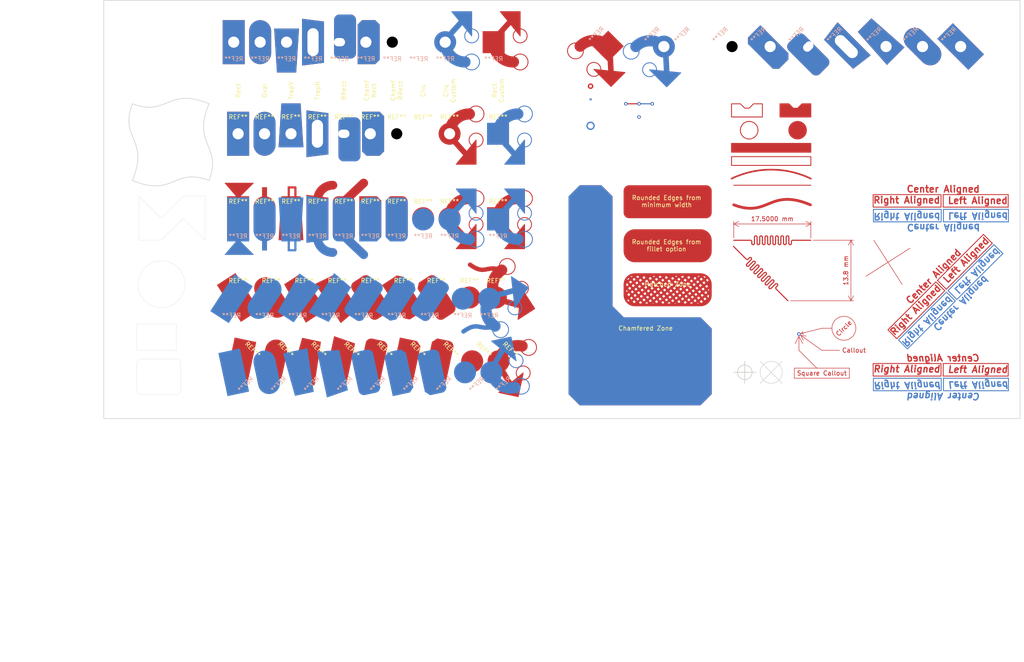
<source format=kicad_pcb>
(kicad_pcb (version 20210228) (generator pcbnew)
  (layers (0 "F.Cu" signal) (1 "In1.Cu" signal) (2 "In2.Cu" signal) (31 "B.Cu" signal) (34 "B.Paste" user) (35 "F.Paste" user) (36 "B.SilkS" user "B.Silkscreen") (37 "F.SilkS" user "F.Silkscreen") (38 "B.Mask" user) (39 "F.Mask" user) (44 "Edge.Cuts" user))
  (net 0 "")
  (net 1 "Net1")
  (net 2 "Net2")
  (footprint "Connector_Wire:SolderWirePad_1x01_SMD_5x10mm" (layer "F.Cu") (at 133.5 55.81)
    (fp_text reference "REF**")
    (fp_text value "SolderWirePad_1x01_SMD_5x10mm")
  )
  (footprint "Connector_Wire:SolderWirePad_1x01_SMD_5x10mm" (layer "F.Cu") (at 143.126519 107.5 -45)
    (fp_text reference "REF**")
    (fp_text value "SolderWirePad_1x01_SMD_5x10mm")
  )
  (footprint "Connector_Wire:SolderWirePad_1x01_SMD_5x10mm" (layer "F.Cu") (at 127.5 75)
    (fp_text reference "REF**")
    (fp_text value "SolderWirePad_1x01_SMD_5x10mm")
  )
  (footprint "Connector_Wire:SolderWirePad_1x01_SMD_5x10mm" (layer "F.Cu") (at 127.5 55.81)
    (fp_text reference "REF**")
    (fp_text value "SolderWirePad_1x01_SMD_5x10mm")
  )
  (footprint "Connector_Wire:SolderWirePad_1x01_SMD_5x10mm" (layer "F.Cu") (at 103.5 75)
    (fp_text reference "REF**")
    (fp_text value "SolderWirePad_1x01_SMD_5x10mm")
  )
  (footprint "Connector_Wire:SolderWirePad_1x01_SMD_5x10mm" (layer "F.Cu") (at 127.5 93)
    (fp_text reference "REF**")
    (fp_text value "SolderWirePad_1x01_SMD_5x10mm")
  )
  (footprint "Connector_Wire:SolderWirePad_1x01_SMD_5x10mm" (layer "F.Cu") (at 112.5 93)
    (fp_text reference "REF**")
    (fp_text value "SolderWirePad_1x01_SMD_5x10mm")
  )
  (footprint "Connector_Wire:SolderWirePad_1x01_SMD_5x10mm" (layer "F.Cu") (at 150.626519 107.5 -45)
    (fp_text reference "REF**")
    (fp_text value "SolderWirePad_1x01_SMD_5x10mm")
  )
  (footprint "Connector_Wire:SolderWirePad_1x01_SMD_5x10mm" (layer "F.Cu") (at 105.626519 107.5 -45)
    (fp_text reference "REF**")
    (fp_text value "SolderWirePad_1x01_SMD_5x10mm")
  )
  (footprint "Connector_Wire:SolderWirePad_1x01_SMD_5x10mm" (layer "F.Cu") (at 156.626519 107.5 -45)
    (fp_text reference "REF**")
    (fp_text value "SolderWirePad_1x01_SMD_5x10mm")
  )
  (footprint "Connector_Wire:SolderWirePad_1x01_SMD_5x10mm" (layer "F.Cu") (at 97.5 93)
    (fp_text reference "REF**")
    (fp_text value "SolderWirePad_1x01_SMD_5x10mm")
  )
  (footprint "Connector_Wire:SolderWirePad_1x01_SMD_5x10mm" (layer "F.Cu") (at 121.5 75)
    (fp_text reference "REF**")
    (fp_text value "SolderWirePad_1x01_SMD_5x10mm")
  )
  (footprint "Connector_Wire:SolderWirePad_1x01_SMD_5x10mm" (layer "F.Cu") (at 120.626519 107.5 -45)
    (fp_text reference "REF**")
    (fp_text value "SolderWirePad_1x01_SMD_5x10mm")
  )
  (footprint "Connector_Wire:SolderWirePad_1x01_SMD_5x10mm" (layer "F.Cu") (at 139.5 75)
    (fp_text reference "REF**")
    (fp_text value "SolderWirePad_1x01_SMD_5x10mm")
  )
  (footprint "Connector_Wire:SolderWirePad_1x01_SMD_5x10mm" (layer "F.Cu") (at 145.5 55.81)
    (fp_text reference "REF**")
    (fp_text value "SolderWirePad_1x01_SMD_5x10mm")
  )
  (footprint "Connector_Wire:SolderWirePad_1x01_SMD_5x10mm" (layer "F.Cu") (at 113.126519 107.5 -45)
    (fp_text reference "REF**")
    (fp_text value "SolderWirePad_1x01_SMD_5x10mm")
  )
  (footprint "Connector_Wire:SolderWirePad_1x01_SMD_5x10mm" (layer "F.Cu") (at 120 93)
    (fp_text reference "REF**")
    (fp_text value "SolderWirePad_1x01_SMD_5x10mm")
  )
  (footprint "Connector_Wire:SolderWirePad_1x01_SMD_5x10mm" (layer "F.Cu") (at 135.626519 107.5 -45)
    (fp_text reference "REF**")
    (fp_text value "SolderWirePad_1x01_SMD_5x10mm")
  )
  (footprint "Connector_Wire:SolderWirePad_1x01_SMD_5x10mm" (layer "F.Cu") (at 150 93)
    (fp_text reference "REF**")
    (fp_text value "SolderWirePad_1x01_SMD_5x10mm")
  )
  (footprint "Connector_Wire:SolderWirePad_1x01_SMD_5x10mm" (layer "F.Cu") (at 145.5 75)
    (fp_text reference "REF**")
    (fp_text value "SolderWirePad_1x01_SMD_5x10mm")
  )
  (footprint "Connector_Wire:SolderWirePad_1x01_SMD_5x10mm" (layer "F.Cu") (at 115.5 55.81)
    (fp_text reference "REF**")
    (fp_text value "SolderWirePad_1x01_SMD_5x10mm")
  )
  (footprint "Connector_Wire:SolderWirePad_1x01_SMD_5x10mm" (layer "F.Cu") (at 121.5 55.81)
    (fp_text reference "REF**")
    (fp_text value "SolderWirePad_1x01_SMD_5x10mm")
  )
  (footprint "Connector_Wire:SolderWirePad_1x01_SMD_5x10mm" (layer "F.Cu") (at 139.5 55.81)
    (fp_text reference "REF**")
    (fp_text value "SolderWirePad_1x01_SMD_5x10mm")
  )
  (footprint "Connector_Wire:SolderWirePad_1x01_SMD_5x10mm" (layer "F.Cu") (at 135 93)
    (fp_text reference "REF**")
    (fp_text value "SolderWirePad_1x01_SMD_5x10mm")
  )
  (footprint "Connector_Wire:SolderWirePad_1x01_SMD_5x10mm" (layer "F.Cu") (at 115.5 75)
    (fp_text reference "REF**")
    (fp_text value "SolderWirePad_1x01_SMD_5x10mm")
  )
  (footprint "Connector_Wire:SolderWirePad_1x01_SMD_5x10mm" (layer "F.Cu") (at 105 93)
    (fp_text reference "REF**")
    (fp_text value "SolderWirePad_1x01_SMD_5x10mm")
  )
  (footprint "Connector_Wire:SolderWirePad_1x01_SMD_5x10mm" (layer "F.Cu") (at 156 93)
    (fp_text reference "REF**")
    (fp_text value "SolderWirePad_1x01_SMD_5x10mm")
  )
  (footprint "Connector_Wire:SolderWirePad_1x01_SMD_5x10mm" (layer "F.Cu") (at 103.5 55.81)
    (fp_text reference "REF**")
    (fp_text value "SolderWirePad_1x01_SMD_5x10mm")
  )
  (footprint "Connector_Wire:SolderWirePad_1x01_SMD_5x10mm" (layer "F.Cu") (at 97.5 75)
    (fp_text reference "REF**")
    (fp_text value "SolderWirePad_1x01_SMD_5x10mm")
  )
  (footprint "Connector_Wire:SolderWirePad_1x01_SMD_5x10mm" (layer "F.Cu") (at 156.5 55.81)
    (fp_text reference "REF**")
    (fp_text value "SolderWirePad_1x01_SMD_5x10mm")
  )
  (footprint "Connector_Wire:SolderWirePad_1x01_SMD_5x10mm" (layer "F.Cu") (at 97.5 55.81)
    (fp_text reference "REF**")
    (fp_text value "SolderWirePad_1x01_SMD_5x10mm")
  )
  (footprint "Connector_Wire:SolderWirePad_1x01_SMD_5x10mm" (layer "F.Cu") (at 128.126519 107.5 -45)
    (fp_text reference "REF**")
    (fp_text value "SolderWirePad_1x01_SMD_5x10mm")
  )
  (footprint "Connector_Wire:SolderWirePad_1x01_SMD_5x10mm" (layer "F.Cu") (at 133.5 75)
    (fp_text reference "REF**")
    (fp_text value "SolderWirePad_1x01_SMD_5x10mm")
  )
  (footprint "Connector_Wire:SolderWirePad_1x01_SMD_5x10mm" (layer "F.Cu") (at 142.5 93)
    (fp_text reference "REF**")
    (fp_text value "SolderWirePad_1x01_SMD_5x10mm")
  )
  (footprint "Connector_Wire:SolderWirePad_1x01_SMD_5x10mm" (layer "F.Cu") (at 109.5 75)
    (fp_text reference "REF**")
    (fp_text value "SolderWirePad_1x01_SMD_5x10mm")
  )
  (footprint "Connector_Wire:SolderWirePad_1x01_SMD_5x10mm" (layer "F.Cu") (at 98.126519 107.5 -45)
    (fp_text reference "REF**")
    (fp_text value "SolderWirePad_1x01_SMD_5x10mm")
  )
  (footprint "Connector_Wire:SolderWirePad_1x01_SMD_5x10mm" (layer "F.Cu") (at 156.5 75)
    (fp_text reference "REF**")
    (fp_text value "SolderWirePad_1x01_SMD_5x10mm")
  )
  (footprint "Connector_Wire:SolderWirePad_1x01_SMD_5x10mm" (layer "F.Cu") (at 109.5 55.81)
    (fp_text reference "REF**")
    (fp_text value "SolderWirePad_1x01_SMD_5x10mm")
  )
  (footprint "Connector_Wire:SolderWirePad_1x01_SMD_5x10mm" (layer "B.Cu") (at 155.5 35)
    (fp_text reference "REF**")
    (fp_text value "SolderWirePad_1x01_SMD_5x10mm")
  )
  (footprint "Connector_Wire:SolderWirePad_1x01_SMD_5x10mm" (layer "B.Cu") (at 261.499995 36 -135)
    (fp_text reference "REF**")
    (fp_text value "SolderWirePad_1x01_SMD_5x10mm")
  )
  (footprint "Connector_Wire:SolderWirePad_1x01_SMD_5x10mm" (layer "B.Cu") (at 141.5 110 45)
    (fp_text reference "REF**")
    (fp_text value "SolderWirePad_1x01_SMD_5x10mm")
  )
  (footprint "Connector_Wire:SolderWirePad_1x01_SMD_5x10mm" (layer "B.Cu") (at 181.5 35.923425 -135)
    (fp_text reference "REF**")
    (fp_text value "SolderWirePad_1x01_SMD_5x10mm")
  )
  (footprint "Connector_Wire:SolderWirePad_1x01_SMD_5x10mm" (layer "B.Cu") (at 144.5 35)
    (fp_text reference "REF**")
    (fp_text value "SolderWirePad_1x01_SMD_5x10mm")
  )
  (footprint "Connector_Wire:SolderWirePad_1x01_SMD_5x10mm" (layer "B.Cu") (at 154.499999 93.273394)
    (fp_text reference "REF**")
    (fp_text value "SolderWirePad_1x01_SMD_5x10mm")
  )
  (footprint "Connector_Wire:SolderWirePad_1x01_SMD_5x10mm" (layer "B.Cu") (at 121.5 75.273394)
    (fp_text reference "REF**")
    (fp_text value "SolderWirePad_1x01_SMD_5x10mm")
  )
  (footprint "Connector_Wire:SolderWirePad_1x01_SMD_5x10mm" (layer "B.Cu") (at 141 93.273394)
    (fp_text reference "REF**")
    (fp_text value "SolderWirePad_1x01_SMD_5x10mm")
  )
  (footprint "Connector_Wire:SolderWirePad_1x01_SMD_5x10mm" (layer "B.Cu") (at 120.5 35)
    (fp_text reference "REF**")
    (fp_text value "SolderWirePad_1x01_SMD_5x10mm")
  )
  (footprint "Connector_Wire:SolderWirePad_1x01_SMD_5x10mm" (layer "B.Cu") (at 133.5 93.273394)
    (fp_text reference "REF**")
    (fp_text value "SolderWirePad_1x01_SMD_5x10mm")
  )
  (footprint "Connector_Wire:SolderWirePad_1x01_SMD_5x10mm" (layer "B.Cu") (at 110.999999 93.273394)
    (fp_text reference "REF**")
    (fp_text value "SolderWirePad_1x01_SMD_5x10mm")
  )
  (footprint "Connector_Wire:SolderWirePad_1x01_SMD_5x10mm" (layer "B.Cu") (at 111.5 110 45)
    (fp_text reference "REF**")
    (fp_text value "SolderWirePad_1x01_SMD_5x10mm")
  )
  (footprint "Connector_Wire:SolderWirePad_1x01_SMD_5x10mm" (layer "B.Cu") (at 97.500001 75.273394)
    (fp_text reference "REF**")
    (fp_text value "SolderWirePad_1x01_SMD_5x10mm")
  )
  (footprint "Connector_Wire:SolderWirePad_1x01_SMD_5x10mm" (layer "B.Cu") (at 138.5 35)
    (fp_text reference "REF**")
    (fp_text value "SolderWirePad_1x01_SMD_5x10mm")
  )
  (footprint "Connector_Wire:SolderWirePad_1x01_SMD_5x10mm" (layer "B.Cu") (at 235.558866 36 -135)
    (fp_text reference "REF**")
    (fp_text value "SolderWirePad_1x01_SMD_5x10mm")
  )
  (footprint "Connector_Wire:SolderWirePad_1x01_SMD_5x10mm" (layer "B.Cu") (at 139.499999 75.273394)
    (fp_text reference "REF**")
    (fp_text value "SolderWirePad_1x01_SMD_5x10mm")
  )
  (footprint "Connector_Wire:SolderWirePad_1x01_SMD_5x10mm" (layer "B.Cu") (at 102.5 35)
    (fp_text reference "REF**")
    (fp_text value "SolderWirePad_1x01_SMD_5x10mm")
  )
  (footprint "Connector_Wire:SolderWirePad_1x01_SMD_5x10mm" (layer "B.Cu") (at 103.999999 110 45)
    (fp_text reference "REF**")
    (fp_text value "SolderWirePad_1x01_SMD_5x10mm")
  )
  (footprint "Connector_Wire:SolderWirePad_1x01_SMD_5x10mm" (layer "B.Cu") (at 148.5 93.273395)
    (fp_text reference "REF**")
    (fp_text value "SolderWirePad_1x01_SMD_5x10mm")
  )
  (footprint "Connector_Wire:SolderWirePad_1x01_SMD_5x10mm" (layer "B.Cu") (at 194.147043 36 -135)
    (fp_text reference "REF**")
    (fp_text value "SolderWirePad_1x01_SMD_5x10mm")
  )
  (footprint "Connector_Wire:SolderWirePad_1x01_SMD_5x10mm" (layer "B.Cu") (at 127.5 75.273394)
    (fp_text reference "REF**")
    (fp_text value "SolderWirePad_1x01_SMD_5x10mm")
  )
  (footprint "Connector_Wire:SolderWirePad_1x01_SMD_5x10mm" (layer "B.Cu") (at 132.5 35)
    (fp_text reference "REF**")
    (fp_text value "SolderWirePad_1x01_SMD_5x10mm")
  )
  (footprint "Connector_Wire:SolderWirePad_1x01_SMD_5x10mm" (layer "B.Cu") (at 96.500001 110 45)
    (fp_text reference "REF**")
    (fp_text value "SolderWirePad_1x01_SMD_5x10mm")
  )
  (footprint "Connector_Wire:SolderWirePad_1x01_SMD_5x10mm" (layer "B.Cu") (at 226.911823 36 -135)
    (fp_text reference "REF**")
    (fp_text value "SolderWirePad_1x01_SMD_5x10mm")
  )
  (footprint "Connector_Wire:SolderWirePad_1x01_SMD_5x10mm" (layer "B.Cu") (at 145.5 75.273394)
    (fp_text reference "REF**")
    (fp_text value "SolderWirePad_1x01_SMD_5x10mm")
  )
  (footprint "Connector_Wire:SolderWirePad_1x01_SMD_5x10mm" (layer "B.Cu") (at 96.5 35)
    (fp_text reference "REF**")
    (fp_text value "SolderWirePad_1x01_SMD_5x10mm")
  )
  (footprint "Connector_Wire:SolderWirePad_1x01_SMD_5x10mm" (layer "B.Cu") (at 218.26478 36 -135)
    (fp_text reference "REF**")
    (fp_text value "SolderWirePad_1x01_SMD_5x10mm")
  )
  (footprint "Connector_Wire:SolderWirePad_1x01_SMD_5x10mm" (layer "B.Cu") (at 134 110 45)
    (fp_text reference "REF**")
    (fp_text value "SolderWirePad_1x01_SMD_5x10mm")
  )
  (footprint "Connector_Wire:SolderWirePad_1x01_SMD_5x10mm" (layer "B.Cu") (at 119 110 45)
    (fp_text reference "REF**")
    (fp_text value "SolderWirePad_1x01_SMD_5x10mm")
  )
  (footprint "Connector_Wire:SolderWirePad_1x01_SMD_5x10mm" (layer "B.Cu") (at 200.970694 36 -135)
    (fp_text reference "REF**")
    (fp_text value "SolderWirePad_1x01_SMD_5x10mm")
  )
  (footprint "Connector_Wire:SolderWirePad_1x01_SMD_5x10mm" (layer "B.Cu") (at 126.5 110 45)
    (fp_text reference "REF**")
    (fp_text value "SolderWirePad_1x01_SMD_5x10mm")
  )
  (footprint "Connector_Wire:SolderWirePad_1x01_SMD_5x10mm" (layer "B.Cu") (at 126.5 35)
    (fp_text reference "REF**")
    (fp_text value "SolderWirePad_1x01_SMD_5x10mm")
  )
  (footprint "Connector_Wire:SolderWirePad_1x01_SMD_5x10mm" (layer "B.Cu") (at 209.617737 36 -135)
    (fp_text reference "REF**")
    (fp_text value "SolderWirePad_1x01_SMD_5x10mm")
  )
  (footprint "Connector_Wire:SolderWirePad_1x01_SMD_5x10mm" (layer "B.Cu") (at 96 93.273395)
    (fp_text reference "REF**")
    (fp_text value "SolderWirePad_1x01_SMD_5x10mm")
  )
  (footprint "Connector_Wire:SolderWirePad_1x01_SMD_5x10mm" (layer "B.Cu") (at 109.5 75.273394)
    (fp_text reference "REF**")
    (fp_text value "SolderWirePad_1x01_SMD_5x10mm")
  )
  (footprint "Connector_Wire:SolderWirePad_1x01_SMD_5x10mm" (layer "B.Cu") (at 126 93.273394)
    (fp_text reference "REF**")
    (fp_text value "SolderWirePad_1x01_SMD_5x10mm")
  )
  (footprint "Connector_Wire:SolderWirePad_1x01_SMD_5x10mm" (layer "B.Cu") (at 103.499999 93.273394)
    (fp_text reference "REF**")
    (fp_text value "SolderWirePad_1x01_SMD_5x10mm")
  )
  (footprint "Connector_Wire:SolderWirePad_1x01_SMD_5x10mm" (layer "B.Cu") (at 252.852952 36 -135)
    (fp_text reference "REF**")
    (fp_text value "SolderWirePad_1x01_SMD_5x10mm")
  )
  (footprint "Connector_Wire:SolderWirePad_1x01_SMD_5x10mm" (layer "B.Cu") (at 103.5 75.273394)
    (fp_text reference "REF**")
    (fp_text value "SolderWirePad_1x01_SMD_5x10mm")
  )
  (footprint "Connector_Wire:SolderWirePad_1x01_SMD_5x10mm" (layer "B.Cu") (at 156.5 75.273394)
    (fp_text reference "REF**")
    (fp_text value "SolderWirePad_1x01_SMD_5x10mm")
  )
  (footprint "Connector_Wire:SolderWirePad_1x01_SMD_5x10mm" (layer "B.Cu") (at 149.000001 110 45)
    (fp_text reference "REF**")
    (fp_text value "SolderWirePad_1x01_SMD_5x10mm")
  )
  (footprint "Connector_Wire:SolderWirePad_1x01_SMD_5x10mm" (layer "B.Cu") (at 108.500001 35)
    (fp_text reference "REF**")
    (fp_text value "SolderWirePad_1x01_SMD_5x10mm")
  )
  (footprint "Connector_Wire:SolderWirePad_1x01_SMD_5x10mm" (layer "B.Cu") (at 244.577898 36 -135)
    (fp_text reference "REF**")
    (fp_text value "SolderWirePad_1x01_SMD_5x10mm")
  )
  (footprint "Connector_Wire:SolderWirePad_1x01_SMD_5x10mm" (layer "B.Cu") (at 133.5 75.273394)
    (fp_text reference "REF**")
    (fp_text value "SolderWirePad_1x01_SMD_5x10mm")
  )
  (footprint "Connector_Wire:SolderWirePad_1x01_SMD_5x10mm" (layer "B.Cu") (at 114.5 35)
    (fp_text reference "REF**")
    (fp_text value "SolderWirePad_1x01_SMD_5x10mm")
  )
  (footprint "Connector_Wire:SolderWirePad_1x01_SMD_5x10mm" (layer "B.Cu") (at 155 110 45)
    (fp_text reference "REF**")
    (fp_text value "SolderWirePad_1x01_SMD_5x10mm")
  )
  (footprint "Connector_Wire:SolderWirePad_1x01_SMD_5x10mm" (layer "B.Cu") (at 115.500001 75.273394)
    (fp_text reference "REF**")
    (fp_text value "SolderWirePad_1x01_SMD_5x10mm")
  )
  (footprint "Connector_Wire:SolderWirePad_1x01_SMD_5x10mm" (layer "B.Cu") (at 118.5 93.273394)
    (fp_text reference "REF**")
    (fp_text value "SolderWirePad_1x01_SMD_5x10mm")
  )
  (gr_arc (start 218.5 84.809537) (end 209.500005 65.999995) (angle 51.1403887) (layer "F.Cu") (width 0.381))
  (gr_line (start 272.3 69.625) (end 272.3 72.475) (layer "F.Cu") (width 0.2))
  (gr_line (start 272.3 110.85) (end 257.55 110.85) (layer "F.Cu") (width 0.2))
  (gr_line (start 257.55 108) (end 272.3 108) (layer "F.Cu") (width 0.2))
  (gr_line (start 272.3 108) (end 272.3 110.85) (layer "F.Cu") (width 0.2))
  (gr_poly (pts (xy 257.904699 91.47581) (xy 247.015254 102.365254) (xy 245 100.35) (xy 255.889444 89.460556)) (layer "F.Cu") (width 0.2) (fill none))
  (gr_poly (pts (xy 223.5 50) (xy 224.5 50) (xy 225.5 49) (xy 227.5 49) (xy 227.5 52) (xy 220.5 52) (xy 220.5 49) (xy 222.5 49)) (layer "F.Cu") (width 0.2) (fill solid))
  (gr_poly (pts (xy 257.05 72.475) (xy 241.65 72.475) (xy 241.65 69.625) (xy 257.05 69.625)) (layer "F.Cu") (width 0.2) (fill none))
  (gr_poly (pts (xy 212.5 50) (xy 213.5 50) (xy 214.5 49) (xy 216.5 49) (xy 216.5 52) (xy 209.5 52) (xy 209.5 49) (xy 211.5 49)) (layer "F.Cu") (width 0.2) (fill none))
  (gr_line (start 257.55 110.85) (end 257.55 108) (layer "F.Cu") (width 0.2))
  (gr_line (start 268.688077 80.692431) (end 258.258252 91.122257) (layer "F.Cu") (width 0.2))
  (gr_poly (pts (xy 257.05 110.85) (xy 241.65 110.85) (xy 241.65 108) (xy 257.05 108)) (layer "F.Cu") (width 0.2) (fill none))
  (gr_line (start 266.672823 78.677177) (end 268.688077 80.692431) (layer "F.Cu") (width 0.2))
  (gr_line (start 257.55 72.475) (end 257.55 69.625) (layer "F.Cu") (width 0.2))
  (gr_line (start 256.242998 89.107002) (end 266.672823 78.677177) (layer "F.Cu") (width 0.2))
  (gr_circle (center 213.5 55) (end 215.5 55) (layer "F.Cu") (width 0.2) (fill none))
  (gr_curve (pts (xy 210.000012 71.949996) (xy 217.999996 75.000002) (xy 217.999996 67.999991) (xy 227.400002 71.949996)) (layer "F.Cu") (width 0.635))
  (gr_circle (center 224.500008 54.999992) (end 226.500008 54.999992) (layer "F.Cu") (width 0.2) (fill solid))
  (gr_line (start 210 67.5) (end 227.5 67.5) (layer "F.Cu") (width 0.2))
  (gr_line (start 257.55 69.625) (end 272.3 69.625) (layer "F.Cu") (width 0.2))
  (gr_rect (start 209.5 63) (end 227.5 61) (layer "F.Cu") (width 0.2) (fill none))
  (gr_line (start 272.3 72.475) (end 257.55 72.475) (layer "F.Cu") (width 0.2))
  (gr_rect (start 209.499987 60.000007) (end 227.500002 58.000011) (layer "F.Cu") (width 0.2) (fill solid))
  (gr_line (start 258.258252 91.122257) (end 256.242998 89.107002) (layer "F.Cu") (width 0.2))
  (gr_line (start 271.086937 83.020581) (end 269.071683 81.005326) (layer "B.Cu") (width 0.2))
  (gr_line (start 272.35 111.3425) (end 257.6 111.3425) (layer "B.Cu") (width 0.2))
  (gr_line (start 260.657112 93.450406) (end 271.086937 83.020581) (layer "B.Cu") (width 0.2))
  (gr_line (start 257.6 111.3425) (end 257.6 114.1925) (layer "B.Cu") (width 0.2))
  (gr_line (start 272.35 114.1925) (end 272.35 111.3425) (layer "B.Cu") (width 0.2))
  (gr_poly (pts (xy 258.288304 91.788705) (xy 247.39886 102.678149) (xy 249.414114 104.693403) (xy 260.303559 93.803959)) (layer "B.Cu") (width 0.2) (fill none))
  (gr_line (start 272.35 75.8175) (end 272.35 72.9675) (layer "B.Cu") (width 0.2))
  (gr_line (start 272.35 72.9675) (end 257.6 72.9675) (layer "B.Cu") (width 0.2))
  (gr_line (start 257.6 114.1925) (end 272.35 114.1925) (layer "B.Cu") (width 0.2))
  (gr_line (start 258.641858 91.435151) (end 260.657112 93.450406) (layer "B.Cu") (width 0.2))
  (gr_poly (pts (xy 257.1 72.9675) (xy 241.7 72.9675) (xy 241.7 75.8175) (xy 257.1 75.8175)) (layer "B.Cu") (width 0.2) (fill none))
  (gr_line (start 257.6 72.9675) (end 257.6 75.8175) (layer "B.Cu") (width 0.2))
  (gr_poly (pts (xy 257.1 111.3425) (xy 241.7 111.3425) (xy 241.7 114.1925) (xy 257.1 114.1925)) (layer "B.Cu") (width 0.2) (fill none))
  (gr_line (start 257.6 75.8175) (end 272.35 75.8175) (layer "B.Cu") (width 0.2))
  (gr_line (start 269.071683 81.005326) (end 258.641858 91.435151) (layer "B.Cu") (width 0.2))
  (gr_curve (pts (xy 90.899889 66.39989) (xy 82.900031 63.349883) (xy 82.900031 70.349895) (xy 73.499999 66.39989)) (layer "Edge.Cuts") (width 0.1524))
  (gr_line (start 84.5 108) (end 84.5 114) (layer "Edge.Cuts") (width 0.05))
  (gr_rect (start 74.5 99) (end 83.5 105) (layer "Edge.Cuts") (width 0.05) (fill none))
  (gr_circle (center 80.1 90) (end 77.8 94.8) (layer "Edge.Cuts") (width 0.05) (fill none))
  (gr_curve (pts (xy 90.899889 66.39989) (xy 93.949896 58.400032) (xy 86.949884 58.400032) (xy 90.899889 49)) (layer "Edge.Cuts") (width 0.1524))
  (gr_line (start 83.5 115) (end 75.5 115) (layer "Edge.Cuts") (width 0.05))
  (gr_poly (pts (xy 90 70) (xy 90 80) (xy 85 75) (xy 80 80) (xy 75 80) (xy 75 70) (xy 80 75) (xy 85 70)) (layer "Edge.Cuts") (width 0.05) (fill none))
  (gr_curve (pts (xy 73.499999 49) (xy 70.449992 56.999858) (xy 77.450004 56.999858) (xy 73.499999 66.39989)) (layer "Edge.Cuts") (width 0.1524))
  (gr_line (start 74.5 108) (end 74.5 114) (layer "Edge.Cuts") (width 0.05))
  (gr_arc (start 75.5 108) (end 75.5 107) (angle -90) (layer "Edge.Cuts") (width 0.05))
  (gr_line (start 75.5 107) (end 83.5 107) (layer "Edge.Cuts") (width 0.05))
  (gr_rect (start 66.999993 25.5) (end 274.999958 120.499988) (layer "Edge.Cuts") (width 0.1524) (fill none))
  (gr_arc (start 83.5 114) (end 83.5 115) (angle -90) (layer "Edge.Cuts") (width 0.05))
  (gr_curve (pts (xy 73.5 49) (xy 81.499857 52.050007) (xy 81.499857 45.049995) (xy 90.899889 49)) (layer "Edge.Cuts") (width 0.1524))
  (gr_arc (start 83.5 108) (end 84.5 108) (angle -90) (layer "Edge.Cuts") (width 0.05))
  (gr_arc (start 75.5 114) (end 74.5 114) (angle -90) (layer "Edge.Cuts") (width 0.05))
  (gr_text "Left Aligned" (at 257.833988 89.4252 45) (layer "F.Cu") (effects (font (size 1.5 1.5) (thickness 0.3)) (justify left)))
  (gr_text "Right Aligned" (at 256.999994 109.249997) (layer "F.Cu") (effects (font (size 1.5 1.5) (thickness 0.3) italic) (justify right)))
  (gr_text "Right Aligned" (at 256.737973 90.379794 45) (layer "F.Cu") (effects (font (size 1.5 1.5) (thickness 0.3)) (justify right)))
  (gr_text "Left Aligned" (at 258.45008 109.349997) (layer "F.Cu") (effects (font (size 1.5 1.5) (thickness 0.3) italic) (justify left)))
  (gr_text "Left Aligned" (at 258.45 70.975) (layer "F.Cu") (effects (font (size 1.5 1.5) (thickness 0.3)) (justify left)))
  (gr_text "Center Aligned" (at 257.549904 106.750002) (layer "F.Cu") (effects (font (size 1.5 1.5) (thickness 0.3) italic) (justify mirror)))
  (gr_text "Right Aligned" (at 257 70.875) (layer "F.Cu") (effects (font (size 1.5 1.5) (thickness 0.3)) (justify right)))
  (gr_text "Center Aligned" (at 257.549904 68.374997) (layer "F.Cu") (effects (font (size 1.5 1.5) (thickness 0.3))))
  (gr_text "Center Aligned" (at 255.359154 88.223115 45) (layer "F.Cu") (effects (font (size 1.5 1.5) (thickness 0.3))))
  (gr_text "Right Aligned" (at 257.05 74.5675 180) (layer "B.Cu") (effects (font (size 1.5 1.5) (thickness 0.3)) (justify right mirror)))
  (gr_text "Center Aligned" (at 257.6 77.0675 180) (layer "B.Cu") (effects (font (size 1.5 1.5) (thickness 0.3)) (justify mirror)))
  (gr_text "Left Aligned" (at 260.338914 91.859415 225) (layer "B.Cu") (effects (font (size 1.5 1.5) (thickness 0.3)) (justify left mirror)))
  (gr_text "Center Aligned" (at 261.540995 94.334289 225) (layer "B.Cu") (effects (font (size 1.5 1.5) (thickness 0.3)) (justify mirror)))
  (gr_text "Center Aligned" (at 257.599942 115.442492 180) (layer "B.Cu") (effects (font (size 1.5 1.5) (thickness 0.3) italic)))
  (gr_text "Left Aligned" (at 258.500118 112.842497 180) (layer "B.Cu") (effects (font (size 1.5 1.5) (thickness 0.3) italic) (justify left mirror)))
  (gr_text "Left Aligned" (at 258.5 74.4675 180) (layer "B.Cu") (effects (font (size 1.5 1.5) (thickness 0.3)) (justify left mirror)))
  (gr_text "Right Aligned" (at 257.050032 112.942497 180) (layer "B.Cu") (effects (font (size 1.5 1.5) (thickness 0.3) italic) (justify right mirror)))
  (gr_text "Right Aligned" (at 259.38432 92.955431 225) (layer "B.Cu") (effects (font (size 1.5 1.5) (thickness 0.3)) (justify right mirror)))
  (gr_text "Circ" (at 139.5 46 90) (layer "F.SilkS") (effects (font (size 1 1))))
  (gr_text "RRect" (at 121.500011 46 90) (layer "F.SilkS") (effects (font (size 1 1))))
  (gr_text "Chamfered Zone" (at 190 100) (layer "F.SilkS") (effects (font (size 1 1))))
  (gr_text "Rect" (at 97.5 46.000007 90) (layer "F.SilkS") (effects (font (size 1 1))))
  (gr_text "Rounded Edges from\nfillet option" (at 194.736364 81.187087) (layer "F.SilkS") (effects (font (size 1 1))))
  (gr_text "Chamf\nRRect" (at 133.500012 46 90) (layer "F.SilkS") (effects (font (size 1 1))))
  (gr_text "TrapV" (at 109.50001 46 90) (layer "F.SilkS") (effects (font (size 1 1))))
  (gr_text "Oval" (at 103.499996 46 90) (layer "F.SilkS") (effects (font (size 1 1))))
  (gr_text "TrapH" (at 115.499998 46 90) (layer "F.SilkS") (effects (font (size 1 1))))
  (gr_text "Hatched Zone" (at 194.999991 89.999998) (layer "F.SilkS") (effects (font (size 1 1))))
  (gr_text "Chamf\nRect" (at 127.499999 46 90) (layer "F.SilkS") (effects (font (size 1 1))))
  (gr_text "Rounded Edges from\nminimum width" (at 194.768419 71.15495) (layer "F.SilkS") (effects (font (size 1 1))))
  (gr_text "Circ\nCustom" (at 145.499988 46 90) (layer "F.SilkS") (effects (font (size 1 1))))
  (gr_text "Rect\nCustom" (at 156.499992 46 90) (layer "F.SilkS") (effects (font (size 1 1))))
  (dimension (type aligned) (layer "F.Cu") (pts (xy 210 80) (xy 227.5 80)) (height -3.7) (gr_text "688.9764 mils" (at 218.75 75.15) (layer "F.Cu") (effects (font (size 1 1) (thickness 0.15)))) (format (units 3) (units_format 1) (precision 4)) (style (thickness 0.12) (arrow_length 1.27) (text_position_mode 0) (extension_height 0.58642) (extension_offset 0.5) keep_text_aligned))
  (dimension (type leader) (layer "F.Cu") (pts (xy 224.8 101.3) (xy 224.8 105)) (gr_text "Square Callout" (at 230 110.2) (layer "F.Cu") (effects (font (size 1 1) (thickness 0.15)))) (format (units 0) (units_format 0) (precision 4) (override_value "Square Callout")) (style (thickness 0.12) (arrow_length 1.905) (text_position_mode 0) (text_frame 1) (extension_offset 0.5)))
  (dimension (type leader) (layer "F.Cu") (pts (xy 224.8 101.3) (xy 230 100)) (gr_text "Circle" (at 235 100 45) (layer "F.Cu") (effects (font (size 1 1) (thickness 0.15)))) (format (units 0) (units_format 0) (precision 4) (override_value "Circle")) (style (thickness 0.12) (arrow_length 0.635) (text_position_mode 0) (text_frame 2) (extension_offset 0.5)))
  (dimension (type leader) (layer "F.Cu") (pts (xy 224.8 101.3) (xy 230 105)) (gr_text "Callout" (at 237.3 105) (layer "F.Cu") (effects (font (size 1 1) (thickness 0.15)))) (format (units 0) (units_format 0) (precision 4) (override_value "Callout")) (style (thickness 0.12) (arrow_length 1.27) (text_position_mode 0) (text_frame 0) (extension_offset 0.5)))
  (dimension (type center) (layer "F.Cu") (pts (xy 245 85) (xy 241.8 80)) (style (thickness 0.12) (arrow_length 1.27) (text_position_mode 0) (extension_offset 0.5) keep_text_aligned))
  (dimension (type orthogonal) (layer "F.Cu") (pts (xy 222.4 93.75) (xy 227.5 80)) (height 14.2) (orientation 1) (gr_text "13.8 mm" (at 235.45 86.875 90) (layer "F.Cu") (effects (font (size 1 1) (thickness 0.15)))) (format (units 2) (units_format 1) (precision 1)) (style (thickness 0.12) (arrow_length 1.27) (text_position_mode 0) (extension_height 0.58642) (extension_offset 0.5) keep_text_aligned))
  (target x (at 218.5 110) (size 5) (width 0.127) (layer "Edge.Cuts"))
  (target plus (at 212.5 110) (size 5) (width 0.1778) (layer "Edge.Cuts"))
  (segment (start 215.582486 87.032486) (end 215.087511 87.52746) (width 0.25) (layer "F.Cu") (net 0))
  (segment (start 219.5 80.7) (end 219.5 80) (width 0.25) (layer "F.Cu") (net 0))
  (segment (start 217.208831 89.648781) (end 217.703806 89.153806) (width 0.25) (layer "F.Cu") (net 0))
  (segment (start 214.1 80.3) (end 214.1 80.7) (width 0.25) (layer "F.Cu") (net 0))
  (segment (start 217.774517 88.234567) (end 217.279542 88.729542) (width 0.25) (layer "F.Cu") (net 0))
  (segment (start 222.3 93.75) (end 219.612994 91.062994) (width 0.25) (layer "F.Cu") (net 0))
  (segment (start 214.309693 85.759693) (end 214.804668 85.264719) (width 0.25) (layer "F.Cu") (net 0))
  (segment (start 215.9 80.7) (end 215.9 80) (width 0.25) (layer "F.Cu") (net 0))
  (segment (start 221.3 80) (end 221.3 80.7) (width 0.25) (layer "F.Cu") (net 0))
  (segment (start 217.7 79.3) (end 217.7 80) (width 0.25) (layer "F.Cu") (net 0))
  (segment (start 214.380404 84.840455) (end 213.885429 85.335429) (width 0.25) (layer "F.Cu") (net 0))
  (segment (start 215.228932 85.688983) (end 214.733957 86.183957) (width 0.25) (layer "F.Cu") (net 0))
  (segment (start 218.9 80) (end 218.9 80.7) (width 0.25) (layer "F.Cu") (net 0))
  (segment (start 220.1 80) (end 220.1 80.7) (width 0.25) (layer "F.Cu") (net 0))
  (segment (start 218.3 80) (end 218.3 79.3) (width 0.25) (layer "F.Cu") (net 0))
  (segment (start 215.511775 87.951724) (end 216.00675 87.45675) (width 0.25) (layer "F.Cu") (net 0))
  (segment (start 215.9 80) (end 215.9 79.3) (width 0.25) (layer "F.Cu") (net 0))
  (segment (start 214.7 80.7) (end 214.7 80.3) (width 0.25) (layer "F.Cu") (net 0))
  (segment (start 219.612994 90.63873) (end 219.895837 90.355887) (width 0.25) (layer "F.Cu") (net 0))
  (segment (start 218.552334 90.002334) (end 219.047309 89.507359) (width 0.25) (layer "F.Cu") (net 0))
  (segment (start 216.360303 88.800253) (end 216.855278 88.305278) (width 0.25) (layer "F.Cu") (net 0))
  (segment (start 213.531876 83.991926) (end 213.249033 84.274769) (width 0.25) (layer "F.Cu") (net 0))
  (segment (start 217.703806 89.153806) (end 218.198781 88.658831) (width 0.25) (layer "F.Cu") (net 0))
  (segment (start 210 80) (end 213.8 80) (width 0.25) (layer "F.Cu") (net 0))
  (segment (start 217.1 80) (end 217.1 79.3) (width 0.25) (layer "F.Cu") (net 0))
  (segment (start 217.279542 88.729542) (end 216.784567 89.224517) (width 0.25) (layer "F.Cu") (net 0))
  (segment (start 219.5 80) (end 219.5 79.3) (width 0.25) (layer "F.Cu") (net 0))
  (segment (start 215.3 79.3) (end 215.3 80) (width 0.25) (layer "F.Cu") (net 0))
  (segment (start 223.1 80.7) (end 223.1 80.3) (width 0.25) (layer "F.Cu") (net 0))
  (segment (start 216.855278 88.305278) (end 217.350253 87.810303) (width 0.25) (layer "F.Cu") (net 0))
  (segment (start 221.9 80.7) (end 221.9 80) (width 0.25) (layer "F.Cu") (net 0))
  (segment (start 216.925988 87.386039) (end 216.431014 87.881014) (width 0.25) (layer "F.Cu") (net 0))
  (segment (start 217.1 80.7) (end 217.1 80) (width 0.25) (layer "F.Cu") (net 0))
  (segment (start 213.461165 84.911165) (end 213.95614 84.41619) (width 0.25) (layer "F.Cu") (net 0))
  (segment (start 218.9 79.3) (end 218.9 80) (width 0.25) (layer "F.Cu") (net 0))
  (segment (start 219.471573 89.931623) (end 219.18873 90.214466) (width 0.25) (layer "F.Cu") (net 0))
  (segment (start 220.1 79.3) (end 220.1 80) (width 0.25) (layer "F.Cu") (net 0))
  (segment (start 221.3 79.3) (end 221.3 80) (width 0.25) (layer "F.Cu") (net 0))
  (segment (start 216.07746 86.537511) (end 215.582486 87.032486) (width 0.25) (layer "F.Cu") (net 0))
  (segment (start 212.389521 83.839521) (end 209.925631 81.375631) (width 0.25) (layer "F.Cu") (net 0))
  (segment (start 222.5 80) (end 222.5 80.7) (width 0.25) (layer "F.Cu") (net 0))
  (segment (start 220.7 80) (end 220.7 79.3) (width 0.25) (layer "F.Cu") (net 0))
  (segment (start 218.623045 89.083095) (end 218.12807 89.57807) (width 0.25) (layer "F.Cu") (net 0))
  (segment (start 223.4 80) (end 224.015534 80) (width 0.25) (layer "F.Cu") (net 0))
  (segment (start 218.057359 90.497309) (end 218.552334 90.002334) (width 0.25) (layer "F.Cu") (net 0))
  (segment (start 216.00675 87.45675) (end 216.501724 86.961775) (width 0.25) (layer "F.Cu") (net 0))
  (segment (start 214.7 80.3) (end 214.7 79.3) (width 0.25) (layer "F.Cu") (net 0))
  (segment (start 219.18873 90.214466) (end 218.481623 90.921573) (width 0.25) (layer "F.Cu") (net 0))
  (segment (start 217.7 80) (end 217.7 80.7) (width 0.25) (layer "F.Cu") (net 0))
  (segment (start 212.96619 85.40614) (end 213.461165 84.911165) (width 0.25) (layer "F.Cu") (net 0))
  (segment (start 213.814719 86.254668) (end 214.309693 85.759693) (width 0.25) (layer "F.Cu") (net 0))
  (segment (start 224.015534 80) (end 227.5 80) (width 0.25) (layer "F.Cu") (net 0))
  (segment (start 222.5 79.3) (end 222.5 80) (width 0.25) (layer "F.Cu") (net 0))
  (segment (start 215.3 80) (end 215.3 80.7) (width 0.25) (layer "F.Cu") (net 0))
  (segment (start 216.5 79.3) (end 216.5 80) (width 0.25) (layer "F.Cu") (net 0))
  (segment (start 220.7 80.7) (end 220.7 80) (width 0.25) (layer "F.Cu") (net 0))
  (segment (start 221.9 80) (end 221.9 79.3) (width 0.25) (layer "F.Cu") (net 0))
  (segment (start 212.824769 84.274769) (end 212.389521 83.839521) (width 0.25) (layer "F.Cu") (net 0))
  (segment (start 213.885429 85.335429) (end 213.390455 85.830404) (width 0.25) (layer "F.Cu") (net 0))
  (segment (start 218.3 80.7) (end 218.3 80) (width 0.25) (layer "F.Cu") (net 0))
  (segment (start 214.663247 87.103196) (end 215.158222 86.608222) (width 0.25) (layer "F.Cu") (net 0))
  (segment (start 215.158222 86.608222) (end 215.653196 86.113247) (width 0.25) (layer "F.Cu") (net 0))
  (segment (start 216.5 80) (end 216.5 80.7) (width 0.25) (layer "F.Cu") (net 0))
  (segment (start 216.431014 87.881014) (end 215.936039 88.375988) (width 0.25) (layer "F.Cu") (net 0))
  (segment (start 214.733957 86.183957) (end 214.238983 86.678932) (width 0.25) (layer "F.Cu") (net 0))
  (segment (start 218.12807 89.57807) (end 217.633095 90.073045) (width 0.25) (layer "F.Cu") (net 0))
  (via blind (at 177.500001 45.000012) (size 1.27) (drill 0.635) (layers "F.Cu" "In1.Cu") (net 0))
  (via micro (at 177.500001 48.000006) (size 0.508) (drill 0.0254) (layers "F.Cu" "B.Cu") (net 0))
  (via (at 224.8 101.3) (size 0.8) (drill 0.4) (layers "F.Cu" "B.Cu") (net 0))
  (arc (start 218.6 79) (mid 218.812132 79.087868) (end 218.9 79.3) (width 0.25) (layer "F.Cu") (net 0))
  (arc (start 217.350253 87.810303) (mid 217.43812 87.598171) (end 217.350253 87.386039) (width 0.25) (layer "F.Cu") (net 0))
  (arc (start 217.350253 87.386039) (mid 217.13812 87.298171) (end 216.925988 87.386039) (width 0.25) (layer "F.Cu") (net 0))
  (arc (start 216.8 81) (mid 217.012132 80.912132) (end 217.1 80.7) (width 0.25) (layer "F.Cu") (net 0))
  (arc (start 216.501724 86.961775) (mid 216.589592 86.749643) (end 216.501724 86.537511) (width 0.25) (layer "F.Cu") (net 0))
  (arc (start 216.360303 89.224517) (mid 216.272435 89.012385) (end 216.360303 88.800253) (width 0.25) (layer "F.Cu") (net 0))
  (arc (start 213.249033 84.274769) (mid 213.036901 84.362637) (end 212.824769 84.274769) (width 0.25) (layer "F.Cu") (net 0))
  (arc (start 215.653196 86.113247) (mid 215.741064 85.901115) (end 215.653196 85.688983) (width 0.25) (layer "F.Cu") (net 0))
  (arc (start 219.2 81) (mid 219.412132 80.912132) (end 219.5 80.7) (width 0.25) (layer "F.Cu") (net 0))
  (arc (start 215.6 81) (mid 215.812132 80.912132) (end 215.9 80.7) (width 0.25) (layer "F.Cu") (net 0))
  (arc (start 223.1 80.3) (mid 223.187868 80.087868) (end 223.4 80) (width 0.25) (layer "F.Cu") (net 0))
  (arc (start 212.96619 85.830404) (mid 212.878323 85.618272) (end 212.96619 85.40614) (width 0.25) (layer "F.Cu") (net 0))
  (arc (start 215.087511 87.52746) (mid 214.875379 87.615328) (end 214.663247 87.52746) (width 0.25) (layer "F.Cu") (net 0))
  (arc (start 218 81) (mid 218.212132 80.912132) (end 218.3 80.7) (width 0.25) (layer "F.Cu") (net 0))
  (arc (start 215.3 80.7) (mid 215.387868 80.912132) (end 215.6 81) (width 0.25) (layer "F.Cu") (net 0))
  (arc (start 221 79) (mid 221.212132 79.087868) (end 221.3 79.3) (width 0.25) (layer "F.Cu") (net 0))
  (arc (start 213.814719 86.678932) (mid 213.726851 86.4668) (end 213.814719 86.254668) (width 0.25) (layer "F.Cu") (net 0))
  (arc (start 217.633095 90.073045) (mid 217.420963 90.160913) (end 217.208831 90.073045) (width 0.25) (layer "F.Cu") (net 0))
  (arc (start 222.2 79) (mid 222.412132 79.087868) (end 222.5 79.3) (width 0.25) (layer "F.Cu") (net 0))
  (arc (start 218.9 80.7) (mid 218.987868 80.912132) (end 219.2 81) (width 0.25) (layer "F.Cu") (net 0))
  (arc (start 218.198781 88.658831) (mid 218.286649 88.446699) (end 218.198781 88.234567) (width 0.25) (layer "F.Cu") (net 0))
  (arc (start 221.9 79.3) (mid 221.987868 79.087868) (end 222.2 79) (width 0.25) (layer "F.Cu") (net 0))
  (arc (start 215.9 79.3) (mid 215.987868 79.087868) (end 216.2 79) (width 0.25) (layer "F.Cu") (net 0))
  (arc (start 219.047309 89.507359) (mid 219.135177 89.295227) (end 219.047309 89.083095) (width 0.25) (layer "F.Cu") (net 0))
  (arc (start 217.208831 90.073045) (mid 217.120963 89.860913) (end 217.208831 89.648781) (width 0.25) (layer "F.Cu") (net 0))
  (arc (start 215.936039 88.375988) (mid 215.723907 88.463856) (end 215.511775 88.375988) (width 0.25) (layer "F.Cu") (net 0))
  (arc (start 219.5 79.3) (mid 219.587868 79.087868) (end 219.8 79) (width 0.25) (layer "F.Cu") (net 0))
  (arc (start 222.8 81) (mid 223.012132 80.912132) (end 223.1 80.7) (width 0.25) (layer "F.Cu") (net 0))
  (arc (start 215 79) (mid 215.212132 79.087868) (end 215.3 79.3) (width 0.25) (layer "F.Cu") (net 0))
  (arc (start 217.1 79.3) (mid 217.187868 79.087868) (end 217.4 79) (width 0.25) (layer "F.Cu") (net 0))
  (arc (start 217.7 80.7) (mid 217.787868 80.912132) (end 218 81) (width 0.25) (layer "F.Cu") (net 0))
  (arc (start 220.1 80.7) (mid 220.187868 80.912132) (end 220.4 81) (width 0.25) (layer "F.Cu") (net 0))
  (arc (start 216.2 79) (mid 216.412132 79.087868) (end 216.5 79.3) (width 0.25) (layer "F.Cu") (net 0))
  (arc (start 213.95614 84.41619) (mid 214.044008 84.204058) (end 213.95614 83.991926) (width 0.25) (layer "F.Cu") (net 0))
  (arc (start 214.4 81) (mid 214.612132 80.912132) (end 214.7 80.7) (width 0.25) (layer "F.Cu") (net 0))
  (arc (start 214.663247 87.52746) (mid 214.575379 87.315328) (end 214.663247 87.103196) (width 0.25) (layer "F.Cu") (net 0))
  (arc (start 216.784567 89.224517) (mid 216.572435 89.312385) (end 216.360303 89.224517) (width 0.25) (layer "F.Cu") (net 0))
  (arc (start 214.1 80.7) (mid 214.187868 80.912132) (end 214.4 81) (width 0.25) (layer "F.Cu") (net 0))
  (arc (start 216.5 80.7) (mid 216.587868 80.912132) (end 216.8 81) (width 0.25) (layer "F.Cu") (net 0))
  (arc (start 219.612994 91.062994) (mid 219.525126 90.850862) (end 219.612994 90.63873) (width 0.25) (layer "F.Cu") (net 0))
  (arc (start 219.895837 90.355887) (mid 219.983705 90.143755) (end 219.895837 89.931623) (width 0.25) (layer "F.Cu") (net 0))
  (arc (start 219.895837 89.931623) (mid 219.683705 89.843755) (end 219.471573 89.931623) (width 0.25) (layer "F.Cu") (net 0))
  (arc (start 218.198781 88.234567) (mid 217.986649 88.146699) (end 217.774517 88.234567) (width 0.25) (layer "F.Cu") (net 0))
  (arc (start 214.7 79.3) (mid 214.787868 79.087868) (end 215 79) (width 0.25) (layer "F.Cu") (net 0))
  (arc (start 219.8 79) (mid 220.012132 79.087868) (end 220.1 79.3) (width 0.25) (layer "F.Cu") (net 0))
  (arc (start 218.481623 90.921573) (mid 218.269491 91.009441) (end 218.057359 90.921573) (width 0.25) (layer "F.Cu") (net 0))
  (arc (start 218.3 79.3) (mid 218.387868 79.087868) (end 218.6 79) (width 0.25) (layer "F.Cu") (net 0))
  (arc (start 213.390455 85.830404) (mid 213.178323 85.918272) (end 212.96619 85.830404) (width 0.25) (layer "F.Cu") (net 0))
  (arc (start 214.804668 85.264719) (mid 214.892536 85.052587) (end 214.804668 84.840455) (width 0.25) (layer "F.Cu") (net 0))
  (arc (start 218.057359 90.921573) (mid 217.969491 90.709441) (end 218.057359 90.497309) (width 0.25) (layer "F.Cu") (net 0))
  (arc (start 213.95614 83.991926) (mid 213.744008 83.904059) (end 213.531876 83.991926) (width 0.25) (layer "F.Cu") (net 0))
  (arc (start 220.7 79.3) (mid 220.787868 79.087868) (end 221 79) (width 0.25) (layer "F.Cu") (net 0))
  (arc (start 221.6 81) (mid 221.812132 80.912132) (end 221.9 80.7) (width 0.25) (layer "F.Cu") (net 0))
  (arc (start 215.653196 85.688983) (mid 215.441064 85.601115) (end 215.228932 85.688983) (width 0.25) (layer "F.Cu") (net 0))
  (arc (start 219.047309 89.083095) (mid 218.835177 88.995227) (end 218.623045 89.083095) (width 0.25) (layer "F.Cu") (net 0))
  (arc (start 214.804668 84.840455) (mid 214.592536 84.752587) (end 214.380404 84.840455) (width 0.25) (layer "F.Cu") (net 0))
  (arc (start 215.511775 88.375988) (mid 215.423907 88.163856) (end 215.511775 87.951724) (width 0.25) (layer "F.Cu") (net 0))
  (arc (start 216.501724 86.537511) (mid 216.289592 86.449643) (end 216.07746 86.537511) (width 0.25) (layer "F.Cu") (net 0))
  (arc (start 217.4 79) (mid 217.612132 79.087868) (end 217.7 79.3) (width 0.25) (layer "F.Cu") (net 0))
  (arc (start 222.5 80.7) (mid 222.587868 80.912132) (end 222.8 81) (width 0.25) (layer "F.Cu") (net 0))
  (arc (start 220.4 81) (mid 220.612132 80.912132) (end 220.7 80.7) (width 0.25) (layer "F.Cu") (net 0))
  (arc (start 214.238983 86.678932) (mid 214.026851 86.7668) (end 213.814719 86.678932) (width 0.25) (layer "F.Cu") (net 0))
  (arc (start 221.3 80.7) (mid 221.387868 80.912132) (end 221.6 81) (width 0.25) (layer "F.Cu") (net 0))
  (arc (start 213.8 80) (mid 214.012132 80.087868) (end 214.1 80.3) (width 0.25) (layer "F.Cu") (net 0))
  (via blind (at 177.500001 53.999994) (size 1.905) (drill 1.27) (layers "In2.Cu" "B.Cu") (net 0))
  (segment (start 188.5 49) (end 185.5 49) (width 0.25) (layer "F.Cu") (net 1))
  (via (at 188.5 49) (size 0.8) (drill 0.4) (layers "F.Cu" "B.Cu") (net 1))
  (via (at 191.5 49) (size 0.8) (drill 0.4) (layers "F.Cu" "B.Cu") (net 1))
  (via (at 185.5 49) (size 0.8) (drill 0.4) (layers "F.Cu" "B.Cu") (net 1))
  (segment (start 188.5 49) (end 191.5 49) (width 0.25) (layer "B.Cu") (net 1))
  (via (at 191.5 52) (size 0.8) (drill 0.4) (layers "F.Cu" "B.Cu") (remove_unused_layers) (net 2))
  (via (at 185.5 52) (size 0.8) (drill 0.4) (layers "F.Cu" "B.Cu") (remove_unused_layers) (net 2))
  (via (at 188.5 52) (size 0.8) (drill 0.4) (layers "F.Cu" "B.Cu") (net 2))
  (zone (net 0) (net_name "") (layer "F.Cu") (name "Test1") (connect_pads (clearance 0.508)) (min_thickness 2.54) (fill yes (thermal_gap 0.508) (thermal_bridge_width 2.54))
    (polygon (pts (xy 205 75) (xy 185 75) (xy 185 67.5) (xy 205 67.5)))
  )
  (zone (net 0) (net_name "") (layer "F.Cu") (name "Test1") (connect_pads (clearance 0)) (min_thickness 0.254)
    (keepout (tracks not_allowed) (vias not_allowed) (pads not_allowed) (copperpour not_allowed) (footprints allowed))
    (fill (thermal_gap 0.508) (thermal_bridge_width 0.508))
    (polygon (pts (xy 195 110) (xy 187.5 110) (xy 187.5 105) (xy 195 105)))
  )
  (zone (net 0) (net_name "") (layers F&B.Cu) (name "Test1") (connect_pads (clearance 0.508)) (min_thickness 0.254) (fill yes (thermal_gap 0.508) (thermal_bridge_width 0.508) (smoothing chamfer) (radius 2.54))
    (polygon (pts (xy 182.5 97.5) (xy 205 97.5) (xy 205 117.5) (xy 172.5 117.5) (xy 172.5 67.5) (xy 182.5 67.5)))
  )
  (zone (net 0) (net_name "") (layer "F.Cu") (name "Test1") (connect_pads (clearance 0.508)) (min_thickness 0.254) (fill yes (thermal_gap 0.508) (thermal_bridge_width 0.508) (smoothing fillet) (radius 2.54))
    (polygon (pts (xy 205 85) (xy 185 85) (xy 185 77.5) (xy 205 77.5)))
  )
  (zone (net 0) (net_name "") (layer "F.Cu") (name "Test1") (connect_pads (clearance 0.508)) (min_thickness 0.254) (fill yes (mode hatch) (thermal_gap 0.508) (thermal_bridge_width 0.508) (smoothing fillet) (radius 2.54) (hatch_thickness 0.508) (hatch_gap 0.508) (hatch_orientation 37) (hatch_smoothing_level 3) (hatch_smoothing_value 1) (hatch_border_algorithm hatch_thickness) (hatch_min_hole_area 0.3))
    (polygon (pts (xy 205 95) (xy 185 95) (xy 185 87.5) (xy 205 87.5)))
  )
)
</source>
